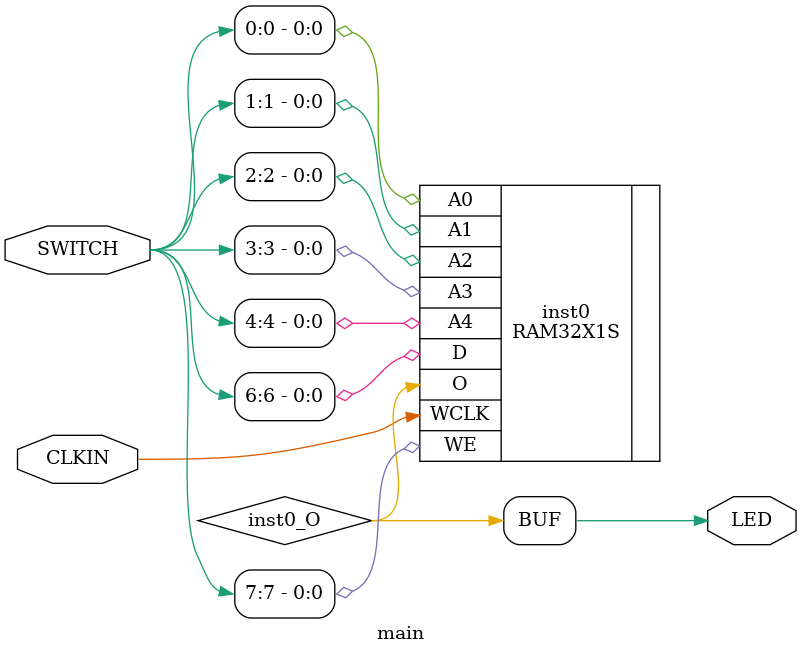
<source format=v>
module main (output [0:0] LED, input [7:0] SWITCH, input  CLKIN);
wire  inst0_O;
RAM32X1S #(.INIT(32'hAAAAAAAA)) inst0 (.A0(SWITCH[0]), .A1(SWITCH[1]), .A2(SWITCH[2]), .A3(SWITCH[3]), .A4(SWITCH[4]), .D(SWITCH[6]), .O(inst0_O), .WE(SWITCH[7]), .WCLK(CLKIN));
assign LED = {inst0_O};
endmodule


</source>
